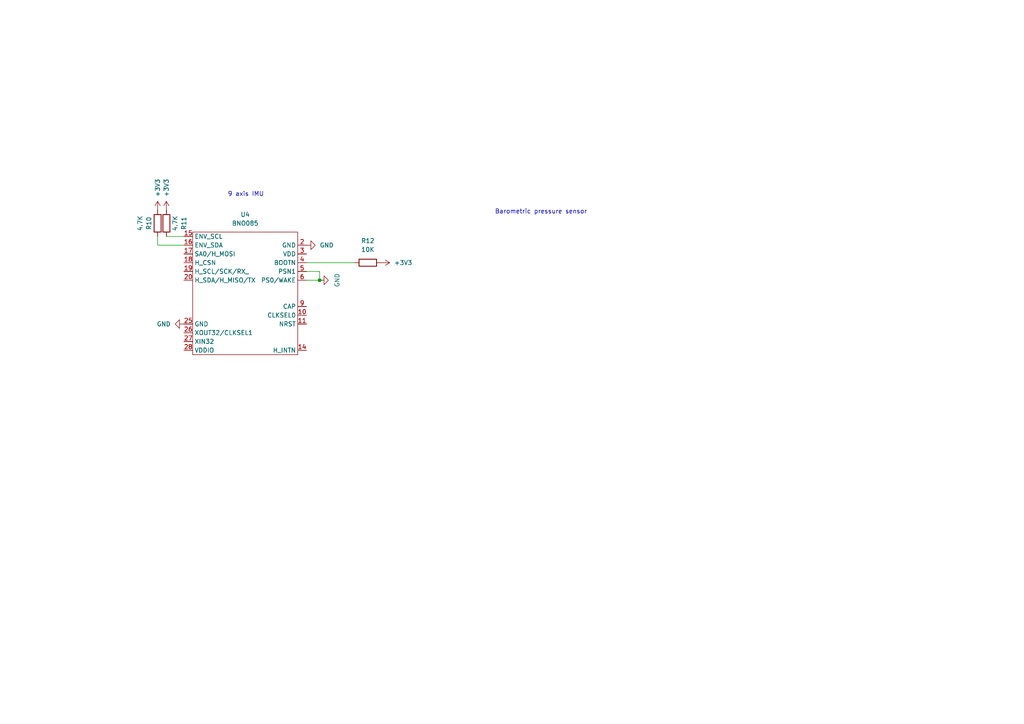
<source format=kicad_sch>
(kicad_sch (version 20211123) (generator eeschema)
  (paper "A4")
  (lib_symbols
    (symbol "BNO085:BNO085"
      (property "Reference" "U?" (at 0 5.08 0))
      (property "Value" "BNO085" (at 0 2.54 0))
      (symbol "BNO085_0_1"
        (rectangle (start -15.24 0) (end 15.24 -35.56))
      )
      (symbol "BNO085_1_1"
        (pin no_connect line (at 17.78 -1.27 180) (length 2.54) hide (name "NC") (number "1"))
        (pin input line (at 17.78 -24.13 180) (length 2.54) (name "CLKSEL0") (number "10"))
        (pin input line (at 17.78 -26.67 180) (length 2.54) (name "NRST") (number "11"))
        (pin no_connect line (at 17.78 -29.21 180) (length 2.54) hide (name "NC") (number "12"))
        (pin no_connect line (at 17.78 -31.75 180) (length 2.54) hide (name "NC") (number "13"))
        (pin output line (at 17.78 -34.29 180) (length 2.54) (name "H_INTN") (number "14"))
        (pin bidirectional line (at -17.78 -1.27 0) (length 2.54) (name "ENV_SCL") (number "15"))
        (pin bidirectional line (at -17.78 -3.81 0) (length 2.54) (name "ENV_SDA") (number "16"))
        (pin input line (at -17.78 -6.35 0) (length 2.54) (name "SA0/H_MOSI") (number "17"))
        (pin input line (at -17.78 -8.89 0) (length 2.54) (name "H_CSN") (number "18"))
        (pin bidirectional line (at -17.78 -11.43 0) (length 2.54) (name "H_SCL/SCK/RX_") (number "19"))
        (pin power_in line (at 17.78 -3.81 180) (length 2.54) (name "GND") (number "2"))
        (pin bidirectional line (at -17.78 -13.97 0) (length 2.54) (name "H_SDA/H_MISO/TX") (number "20"))
        (pin no_connect line (at -17.78 -16.51 0) (length 2.54) hide (name "NC") (number "21"))
        (pin no_connect line (at -17.78 -19.05 0) (length 2.54) hide (name "NC") (number "22"))
        (pin no_connect line (at -17.78 -21.59 0) (length 2.54) hide (name "NC") (number "23"))
        (pin no_connect line (at -17.78 -24.13 0) (length 2.54) hide (name "NC") (number "24"))
        (pin input line (at -17.78 -26.67 0) (length 2.54) (name "GND") (number "25"))
        (pin output line (at -17.78 -29.21 0) (length 2.54) (name "XOUT32/CLKSEL1") (number "26"))
        (pin input line (at -17.78 -31.75 0) (length 2.54) (name "XIN32") (number "27"))
        (pin input line (at -17.78 -34.29 0) (length 2.54) (name "VDDIO") (number "28"))
        (pin power_in line (at 17.78 -6.35 180) (length 2.54) (name "VDD") (number "3"))
        (pin input line (at 17.78 -8.89 180) (length 2.54) (name "BOOTN") (number "4"))
        (pin input line (at 17.78 -11.43 180) (length 2.54) (name "PSN1") (number "5"))
        (pin input line (at 17.78 -13.97 180) (length 2.54) (name "PS0/WAKE") (number "6"))
        (pin no_connect line (at 17.78 -16.51 180) (length 2.54) hide (name "NC") (number "7"))
        (pin no_connect line (at 17.78 -19.05 180) (length 2.54) hide (name "NC") (number "8"))
        (pin unspecified line (at 17.78 -21.59 180) (length 2.54) (name "CAP") (number "9"))
      )
    )
    (symbol "Device:R" (pin_numbers hide) (pin_names (offset 0))
      (property "Reference" "R" (at 2.032 0 90))
      (property "Value" "R" (at 0 0 90))
      (symbol "R_0_1"
        (rectangle (start -1.016 -2.54) (end 1.016 2.54) (stroke (width 0.254)))
      )
      (symbol "R_1_1"
        (pin passive line (at 0 3.81 270) (length 1.27) (name "~") (number "1"))
        (pin passive line (at 0 -3.81 90) (length 1.27) (name "~") (number "2"))
      )
    )
    (symbol "power:+3.3V" (power) (pin_names (offset 0))
      (property "Value" "+3.3V" (at 0 3.556 0))
      (symbol "+3.3V_0_1"
        (polyline (pts (xy -0.762 1.27) (xy 0 2.54)))
        (polyline (pts (xy 0 0) (xy 0 2.54)))
        (polyline (pts (xy 0 2.54) (xy 0.762 1.27)))
      )
      (symbol "+3.3V_1_1"
        (pin power_in line (at 0 0 90) (length 0) hide (name "+3V3") (number "1"))
      )
    )
    (symbol "power:GND" (power) (pin_names (offset 0))
      (property "Value" "GND" (at 0 -3.81 0))
      (symbol "GND_0_1"
        (polyline (pts (xy 0 0) (xy 0 -1.27) (xy 1.27 -1.27) (xy 0 -2.54) (xy -1.27 -1.27) (xy 0 -1.27)))
      )
      (symbol "GND_1_1"
        (pin power_in line (at 0 0 270) (length 0) hide (name "GND") (number "1"))
      )
    )
  )
  (junction (at 92.71 81.28))
  (wire (pts (xy 88.9 81.28) (xy 92.71 81.28)))
  (wire (pts (xy 88.9 78.74) (xy 92.71 78.74)))
  (wire (pts (xy 92.71 78.74) (xy 92.71 81.28)))
  (wire (pts (xy 48.26 68.58) (xy 53.34 68.58)))
  (wire (pts (xy 88.9 76.2) (xy 102.87 76.2)))
  (wire (pts (xy 45.72 68.58) (xy 45.72 71.12)))
  (wire (pts (xy 45.72 71.12) (xy 53.34 71.12)))
  (text "Barometric pressure sensor" (at 143.51 62.23 0) (effects (font (size 1.27 1.27)) (justify left bottom)))
  (text "9 axis IMU" (at 66.04 57.15 0) (effects (font (size 1.27 1.27)) (justify left bottom)))
  (symbol (lib_id "Device:R") (at 45.72 64.77 180) (unit 1)
    (property "Reference" "R10" (at 43.18 64.77 90))
    (property "Value" "4.7K" (at 40.64 64.77 90))
  )
  (symbol (lib_id "Device:R") (at 106.68 76.2 90) (unit 1)
    (property "Reference" "R12" (at 106.68 69.85 90))
    (property "Value" "10K" (at 106.68 72.39 90))
  )
  (symbol (lib_id "power:+3.3V") (at 45.72 60.96 0) (unit 1)
    (property "Reference" "#PWR0125" (effects hide))
    (property "Value" "+3.3V" (at 45.7201 57.15 90) (effects (justify left)))
  )
  (symbol (lib_id "power:GND") (at 92.71 81.28 90) (unit 1)
    (property "Reference" "#PWR0122" (effects hide))
    (property "Value" "GND" (at 97.79 81.28 0))
  )
  (symbol (lib_id "BNO085:BNO085") (at 71.12 67.31 0) (unit 1)
    (property "Reference" "U4" (at 71.12 62.23 0))
    (property "Value" "BNO085" (at 71.12 64.77 0))
  )
  (symbol (lib_id "power:GND") (at 53.34 93.98 270) (unit 1)
    (property "Reference" "#PWR0121" (effects hide))
    (property "Value" "GND" (at 49.53 93.9799 90) (effects (justify right)))
  )
  (symbol (lib_id "Device:R") (at 48.26 64.77 180) (unit 1)
    (property "Reference" "R11" (at 53.34 64.77 90))
    (property "Value" "4.7K" (at 50.8 64.77 90))
  )
  (symbol (lib_id "power:GND") (at 88.9 71.12 90) (unit 1)
    (property "Reference" "#PWR0123" (effects hide))
    (property "Value" "GND" (at 92.71 71.1199 90) (effects (justify right)))
  )
  (symbol (lib_id "power:+3.3V") (at 110.49 76.2 270) (unit 1)
    (property "Reference" "#PWR0124" (effects hide))
    (property "Value" "+3.3V" (at 114.3 76.1999 90) (effects (justify left)))
  )
  (symbol (lib_id "power:+3.3V") (at 48.26 60.96 0) (unit 1)
    (property "Reference" "#PWR0126" (effects hide))
    (property "Value" "+3.3V" (at 48.2601 57.15 90) (effects (justify left)))
  )
)
</source>
